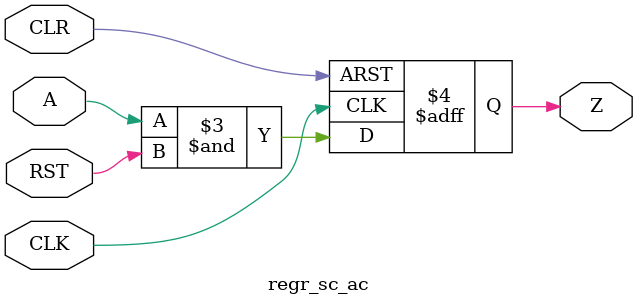
<source format=v>
module regr_sc_ac(
	input  A,   
	input RST,   
	input CLR,   
	input CLK,   
	output reg Z
);
   always @(posedge CLK or negedge CLR) begin
      if (!CLR) Z <= 1'B0;
      else Z <= (A&{1{RST}});
   end
endmodule
</source>
